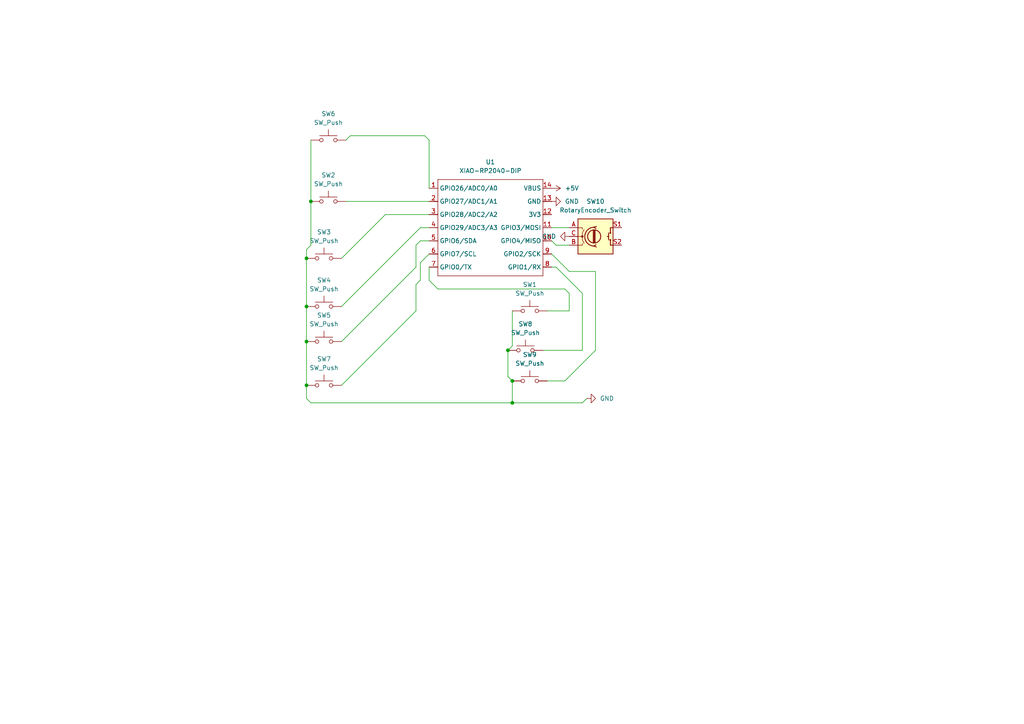
<source format=kicad_sch>
(kicad_sch
	(version 20250114)
	(generator "eeschema")
	(generator_version "9.0")
	(uuid "175cfd6f-2e9c-465e-bd13-aca0abddadc5")
	(paper "A4")
	(lib_symbols
		(symbol "Device:RotaryEncoder_Switch"
			(pin_names
				(offset 0.254)
				(hide yes)
			)
			(exclude_from_sim no)
			(in_bom yes)
			(on_board yes)
			(property "Reference" "SW"
				(at 0 6.604 0)
				(effects
					(font
						(size 1.27 1.27)
					)
				)
			)
			(property "Value" "RotaryEncoder_Switch"
				(at 0 -6.604 0)
				(effects
					(font
						(size 1.27 1.27)
					)
				)
			)
			(property "Footprint" ""
				(at -3.81 4.064 0)
				(effects
					(font
						(size 1.27 1.27)
					)
					(hide yes)
				)
			)
			(property "Datasheet" "~"
				(at 0 6.604 0)
				(effects
					(font
						(size 1.27 1.27)
					)
					(hide yes)
				)
			)
			(property "Description" "Rotary encoder, dual channel, incremental quadrate outputs, with switch"
				(at 0 0 0)
				(effects
					(font
						(size 1.27 1.27)
					)
					(hide yes)
				)
			)
			(property "ki_keywords" "rotary switch encoder switch push button"
				(at 0 0 0)
				(effects
					(font
						(size 1.27 1.27)
					)
					(hide yes)
				)
			)
			(property "ki_fp_filters" "RotaryEncoder*Switch*"
				(at 0 0 0)
				(effects
					(font
						(size 1.27 1.27)
					)
					(hide yes)
				)
			)
			(symbol "RotaryEncoder_Switch_0_1"
				(rectangle
					(start -5.08 5.08)
					(end 5.08 -5.08)
					(stroke
						(width 0.254)
						(type default)
					)
					(fill
						(type background)
					)
				)
				(polyline
					(pts
						(xy -5.08 2.54) (xy -3.81 2.54) (xy -3.81 2.032)
					)
					(stroke
						(width 0)
						(type default)
					)
					(fill
						(type none)
					)
				)
				(polyline
					(pts
						(xy -5.08 0) (xy -3.81 0) (xy -3.81 -1.016) (xy -3.302 -2.032)
					)
					(stroke
						(width 0)
						(type default)
					)
					(fill
						(type none)
					)
				)
				(polyline
					(pts
						(xy -5.08 -2.54) (xy -3.81 -2.54) (xy -3.81 -2.032)
					)
					(stroke
						(width 0)
						(type default)
					)
					(fill
						(type none)
					)
				)
				(polyline
					(pts
						(xy -4.318 0) (xy -3.81 0) (xy -3.81 1.016) (xy -3.302 2.032)
					)
					(stroke
						(width 0)
						(type default)
					)
					(fill
						(type none)
					)
				)
				(circle
					(center -3.81 0)
					(radius 0.254)
					(stroke
						(width 0)
						(type default)
					)
					(fill
						(type outline)
					)
				)
				(polyline
					(pts
						(xy -0.635 -1.778) (xy -0.635 1.778)
					)
					(stroke
						(width 0.254)
						(type default)
					)
					(fill
						(type none)
					)
				)
				(circle
					(center -0.381 0)
					(radius 1.905)
					(stroke
						(width 0.254)
						(type default)
					)
					(fill
						(type none)
					)
				)
				(polyline
					(pts
						(xy -0.381 -1.778) (xy -0.381 1.778)
					)
					(stroke
						(width 0.254)
						(type default)
					)
					(fill
						(type none)
					)
				)
				(arc
					(start -0.381 -2.794)
					(mid -3.0988 -0.0635)
					(end -0.381 2.667)
					(stroke
						(width 0.254)
						(type default)
					)
					(fill
						(type none)
					)
				)
				(polyline
					(pts
						(xy -0.127 1.778) (xy -0.127 -1.778)
					)
					(stroke
						(width 0.254)
						(type default)
					)
					(fill
						(type none)
					)
				)
				(polyline
					(pts
						(xy 0.254 2.921) (xy -0.508 2.667) (xy 0.127 2.286)
					)
					(stroke
						(width 0.254)
						(type default)
					)
					(fill
						(type none)
					)
				)
				(polyline
					(pts
						(xy 0.254 -3.048) (xy -0.508 -2.794) (xy 0.127 -2.413)
					)
					(stroke
						(width 0.254)
						(type default)
					)
					(fill
						(type none)
					)
				)
				(polyline
					(pts
						(xy 3.81 1.016) (xy 3.81 -1.016)
					)
					(stroke
						(width 0.254)
						(type default)
					)
					(fill
						(type none)
					)
				)
				(polyline
					(pts
						(xy 3.81 0) (xy 3.429 0)
					)
					(stroke
						(width 0.254)
						(type default)
					)
					(fill
						(type none)
					)
				)
				(circle
					(center 4.318 1.016)
					(radius 0.127)
					(stroke
						(width 0.254)
						(type default)
					)
					(fill
						(type none)
					)
				)
				(circle
					(center 4.318 -1.016)
					(radius 0.127)
					(stroke
						(width 0.254)
						(type default)
					)
					(fill
						(type none)
					)
				)
				(polyline
					(pts
						(xy 5.08 2.54) (xy 4.318 2.54) (xy 4.318 1.016)
					)
					(stroke
						(width 0.254)
						(type default)
					)
					(fill
						(type none)
					)
				)
				(polyline
					(pts
						(xy 5.08 -2.54) (xy 4.318 -2.54) (xy 4.318 -1.016)
					)
					(stroke
						(width 0.254)
						(type default)
					)
					(fill
						(type none)
					)
				)
			)
			(symbol "RotaryEncoder_Switch_1_1"
				(pin passive line
					(at -7.62 2.54 0)
					(length 2.54)
					(name "A"
						(effects
							(font
								(size 1.27 1.27)
							)
						)
					)
					(number "A"
						(effects
							(font
								(size 1.27 1.27)
							)
						)
					)
				)
				(pin passive line
					(at -7.62 0 0)
					(length 2.54)
					(name "C"
						(effects
							(font
								(size 1.27 1.27)
							)
						)
					)
					(number "C"
						(effects
							(font
								(size 1.27 1.27)
							)
						)
					)
				)
				(pin passive line
					(at -7.62 -2.54 0)
					(length 2.54)
					(name "B"
						(effects
							(font
								(size 1.27 1.27)
							)
						)
					)
					(number "B"
						(effects
							(font
								(size 1.27 1.27)
							)
						)
					)
				)
				(pin passive line
					(at 7.62 2.54 180)
					(length 2.54)
					(name "S1"
						(effects
							(font
								(size 1.27 1.27)
							)
						)
					)
					(number "S1"
						(effects
							(font
								(size 1.27 1.27)
							)
						)
					)
				)
				(pin passive line
					(at 7.62 -2.54 180)
					(length 2.54)
					(name "S2"
						(effects
							(font
								(size 1.27 1.27)
							)
						)
					)
					(number "S2"
						(effects
							(font
								(size 1.27 1.27)
							)
						)
					)
				)
			)
			(embedded_fonts no)
		)
		(symbol "Seeed_Studio_XIAO_Series:XIAO-RP2040-DIP"
			(exclude_from_sim no)
			(in_bom yes)
			(on_board yes)
			(property "Reference" "U"
				(at 0 0 0)
				(effects
					(font
						(size 1.27 1.27)
					)
				)
			)
			(property "Value" "XIAO-RP2040-DIP"
				(at 5.334 -1.778 0)
				(effects
					(font
						(size 1.27 1.27)
					)
				)
			)
			(property "Footprint" "Module:MOUDLE14P-XIAO-DIP-SMD"
				(at 14.478 -32.258 0)
				(effects
					(font
						(size 1.27 1.27)
					)
					(hide yes)
				)
			)
			(property "Datasheet" ""
				(at 0 0 0)
				(effects
					(font
						(size 1.27 1.27)
					)
					(hide yes)
				)
			)
			(property "Description" ""
				(at 0 0 0)
				(effects
					(font
						(size 1.27 1.27)
					)
					(hide yes)
				)
			)
			(symbol "XIAO-RP2040-DIP_1_0"
				(polyline
					(pts
						(xy -1.27 -2.54) (xy 29.21 -2.54)
					)
					(stroke
						(width 0.1524)
						(type solid)
					)
					(fill
						(type none)
					)
				)
				(polyline
					(pts
						(xy -1.27 -5.08) (xy -2.54 -5.08)
					)
					(stroke
						(width 0.1524)
						(type solid)
					)
					(fill
						(type none)
					)
				)
				(polyline
					(pts
						(xy -1.27 -5.08) (xy -1.27 -2.54)
					)
					(stroke
						(width 0.1524)
						(type solid)
					)
					(fill
						(type none)
					)
				)
				(polyline
					(pts
						(xy -1.27 -8.89) (xy -2.54 -8.89)
					)
					(stroke
						(width 0.1524)
						(type solid)
					)
					(fill
						(type none)
					)
				)
				(polyline
					(pts
						(xy -1.27 -8.89) (xy -1.27 -5.08)
					)
					(stroke
						(width 0.1524)
						(type solid)
					)
					(fill
						(type none)
					)
				)
				(polyline
					(pts
						(xy -1.27 -12.7) (xy -2.54 -12.7)
					)
					(stroke
						(width 0.1524)
						(type solid)
					)
					(fill
						(type none)
					)
				)
				(polyline
					(pts
						(xy -1.27 -12.7) (xy -1.27 -8.89)
					)
					(stroke
						(width 0.1524)
						(type solid)
					)
					(fill
						(type none)
					)
				)
				(polyline
					(pts
						(xy -1.27 -16.51) (xy -2.54 -16.51)
					)
					(stroke
						(width 0.1524)
						(type solid)
					)
					(fill
						(type none)
					)
				)
				(polyline
					(pts
						(xy -1.27 -16.51) (xy -1.27 -12.7)
					)
					(stroke
						(width 0.1524)
						(type solid)
					)
					(fill
						(type none)
					)
				)
				(polyline
					(pts
						(xy -1.27 -20.32) (xy -2.54 -20.32)
					)
					(stroke
						(width 0.1524)
						(type solid)
					)
					(fill
						(type none)
					)
				)
				(polyline
					(pts
						(xy -1.27 -24.13) (xy -2.54 -24.13)
					)
					(stroke
						(width 0.1524)
						(type solid)
					)
					(fill
						(type none)
					)
				)
				(polyline
					(pts
						(xy -1.27 -27.94) (xy -2.54 -27.94)
					)
					(stroke
						(width 0.1524)
						(type solid)
					)
					(fill
						(type none)
					)
				)
				(polyline
					(pts
						(xy -1.27 -30.48) (xy -1.27 -16.51)
					)
					(stroke
						(width 0.1524)
						(type solid)
					)
					(fill
						(type none)
					)
				)
				(polyline
					(pts
						(xy 29.21 -2.54) (xy 29.21 -5.08)
					)
					(stroke
						(width 0.1524)
						(type solid)
					)
					(fill
						(type none)
					)
				)
				(polyline
					(pts
						(xy 29.21 -5.08) (xy 29.21 -8.89)
					)
					(stroke
						(width 0.1524)
						(type solid)
					)
					(fill
						(type none)
					)
				)
				(polyline
					(pts
						(xy 29.21 -8.89) (xy 29.21 -12.7)
					)
					(stroke
						(width 0.1524)
						(type solid)
					)
					(fill
						(type none)
					)
				)
				(polyline
					(pts
						(xy 29.21 -12.7) (xy 29.21 -30.48)
					)
					(stroke
						(width 0.1524)
						(type solid)
					)
					(fill
						(type none)
					)
				)
				(polyline
					(pts
						(xy 29.21 -30.48) (xy -1.27 -30.48)
					)
					(stroke
						(width 0.1524)
						(type solid)
					)
					(fill
						(type none)
					)
				)
				(polyline
					(pts
						(xy 30.48 -5.08) (xy 29.21 -5.08)
					)
					(stroke
						(width 0.1524)
						(type solid)
					)
					(fill
						(type none)
					)
				)
				(polyline
					(pts
						(xy 30.48 -8.89) (xy 29.21 -8.89)
					)
					(stroke
						(width 0.1524)
						(type solid)
					)
					(fill
						(type none)
					)
				)
				(polyline
					(pts
						(xy 30.48 -12.7) (xy 29.21 -12.7)
					)
					(stroke
						(width 0.1524)
						(type solid)
					)
					(fill
						(type none)
					)
				)
				(polyline
					(pts
						(xy 30.48 -16.51) (xy 29.21 -16.51)
					)
					(stroke
						(width 0.1524)
						(type solid)
					)
					(fill
						(type none)
					)
				)
				(polyline
					(pts
						(xy 30.48 -20.32) (xy 29.21 -20.32)
					)
					(stroke
						(width 0.1524)
						(type solid)
					)
					(fill
						(type none)
					)
				)
				(polyline
					(pts
						(xy 30.48 -24.13) (xy 29.21 -24.13)
					)
					(stroke
						(width 0.1524)
						(type solid)
					)
					(fill
						(type none)
					)
				)
				(polyline
					(pts
						(xy 30.48 -27.94) (xy 29.21 -27.94)
					)
					(stroke
						(width 0.1524)
						(type solid)
					)
					(fill
						(type none)
					)
				)
				(pin passive line
					(at -3.81 -5.08 0)
					(length 2.54)
					(name "GPIO26/ADC0/A0"
						(effects
							(font
								(size 1.27 1.27)
							)
						)
					)
					(number "1"
						(effects
							(font
								(size 1.27 1.27)
							)
						)
					)
				)
				(pin passive line
					(at -3.81 -8.89 0)
					(length 2.54)
					(name "GPIO27/ADC1/A1"
						(effects
							(font
								(size 1.27 1.27)
							)
						)
					)
					(number "2"
						(effects
							(font
								(size 1.27 1.27)
							)
						)
					)
				)
				(pin passive line
					(at -3.81 -12.7 0)
					(length 2.54)
					(name "GPIO28/ADC2/A2"
						(effects
							(font
								(size 1.27 1.27)
							)
						)
					)
					(number "3"
						(effects
							(font
								(size 1.27 1.27)
							)
						)
					)
				)
				(pin passive line
					(at -3.81 -16.51 0)
					(length 2.54)
					(name "GPIO29/ADC3/A3"
						(effects
							(font
								(size 1.27 1.27)
							)
						)
					)
					(number "4"
						(effects
							(font
								(size 1.27 1.27)
							)
						)
					)
				)
				(pin passive line
					(at -3.81 -20.32 0)
					(length 2.54)
					(name "GPIO6/SDA"
						(effects
							(font
								(size 1.27 1.27)
							)
						)
					)
					(number "5"
						(effects
							(font
								(size 1.27 1.27)
							)
						)
					)
				)
				(pin passive line
					(at -3.81 -24.13 0)
					(length 2.54)
					(name "GPIO7/SCL"
						(effects
							(font
								(size 1.27 1.27)
							)
						)
					)
					(number "6"
						(effects
							(font
								(size 1.27 1.27)
							)
						)
					)
				)
				(pin passive line
					(at -3.81 -27.94 0)
					(length 2.54)
					(name "GPIO0/TX"
						(effects
							(font
								(size 1.27 1.27)
							)
						)
					)
					(number "7"
						(effects
							(font
								(size 1.27 1.27)
							)
						)
					)
				)
				(pin passive line
					(at 31.75 -5.08 180)
					(length 2.54)
					(name "VBUS"
						(effects
							(font
								(size 1.27 1.27)
							)
						)
					)
					(number "14"
						(effects
							(font
								(size 1.27 1.27)
							)
						)
					)
				)
				(pin passive line
					(at 31.75 -8.89 180)
					(length 2.54)
					(name "GND"
						(effects
							(font
								(size 1.27 1.27)
							)
						)
					)
					(number "13"
						(effects
							(font
								(size 1.27 1.27)
							)
						)
					)
				)
				(pin passive line
					(at 31.75 -12.7 180)
					(length 2.54)
					(name "3V3"
						(effects
							(font
								(size 1.27 1.27)
							)
						)
					)
					(number "12"
						(effects
							(font
								(size 1.27 1.27)
							)
						)
					)
				)
				(pin passive line
					(at 31.75 -16.51 180)
					(length 2.54)
					(name "GPIO3/MOSI"
						(effects
							(font
								(size 1.27 1.27)
							)
						)
					)
					(number "11"
						(effects
							(font
								(size 1.27 1.27)
							)
						)
					)
				)
				(pin passive line
					(at 31.75 -20.32 180)
					(length 2.54)
					(name "GPIO4/MISO"
						(effects
							(font
								(size 1.27 1.27)
							)
						)
					)
					(number "10"
						(effects
							(font
								(size 1.27 1.27)
							)
						)
					)
				)
				(pin passive line
					(at 31.75 -24.13 180)
					(length 2.54)
					(name "GPIO2/SCK"
						(effects
							(font
								(size 1.27 1.27)
							)
						)
					)
					(number "9"
						(effects
							(font
								(size 1.27 1.27)
							)
						)
					)
				)
				(pin passive line
					(at 31.75 -27.94 180)
					(length 2.54)
					(name "GPIO1/RX"
						(effects
							(font
								(size 1.27 1.27)
							)
						)
					)
					(number "8"
						(effects
							(font
								(size 1.27 1.27)
							)
						)
					)
				)
			)
			(embedded_fonts no)
		)
		(symbol "Switch:SW_Push"
			(pin_numbers
				(hide yes)
			)
			(pin_names
				(offset 1.016)
				(hide yes)
			)
			(exclude_from_sim no)
			(in_bom yes)
			(on_board yes)
			(property "Reference" "SW"
				(at 1.27 2.54 0)
				(effects
					(font
						(size 1.27 1.27)
					)
					(justify left)
				)
			)
			(property "Value" "SW_Push"
				(at 0 -1.524 0)
				(effects
					(font
						(size 1.27 1.27)
					)
				)
			)
			(property "Footprint" ""
				(at 0 5.08 0)
				(effects
					(font
						(size 1.27 1.27)
					)
					(hide yes)
				)
			)
			(property "Datasheet" "~"
				(at 0 5.08 0)
				(effects
					(font
						(size 1.27 1.27)
					)
					(hide yes)
				)
			)
			(property "Description" "Push button switch, generic, two pins"
				(at 0 0 0)
				(effects
					(font
						(size 1.27 1.27)
					)
					(hide yes)
				)
			)
			(property "ki_keywords" "switch normally-open pushbutton push-button"
				(at 0 0 0)
				(effects
					(font
						(size 1.27 1.27)
					)
					(hide yes)
				)
			)
			(symbol "SW_Push_0_1"
				(circle
					(center -2.032 0)
					(radius 0.508)
					(stroke
						(width 0)
						(type default)
					)
					(fill
						(type none)
					)
				)
				(polyline
					(pts
						(xy 0 1.27) (xy 0 3.048)
					)
					(stroke
						(width 0)
						(type default)
					)
					(fill
						(type none)
					)
				)
				(circle
					(center 2.032 0)
					(radius 0.508)
					(stroke
						(width 0)
						(type default)
					)
					(fill
						(type none)
					)
				)
				(polyline
					(pts
						(xy 2.54 1.27) (xy -2.54 1.27)
					)
					(stroke
						(width 0)
						(type default)
					)
					(fill
						(type none)
					)
				)
				(pin passive line
					(at -5.08 0 0)
					(length 2.54)
					(name "1"
						(effects
							(font
								(size 1.27 1.27)
							)
						)
					)
					(number "1"
						(effects
							(font
								(size 1.27 1.27)
							)
						)
					)
				)
				(pin passive line
					(at 5.08 0 180)
					(length 2.54)
					(name "2"
						(effects
							(font
								(size 1.27 1.27)
							)
						)
					)
					(number "2"
						(effects
							(font
								(size 1.27 1.27)
							)
						)
					)
				)
			)
			(embedded_fonts no)
		)
		(symbol "power:+5V"
			(power)
			(pin_numbers
				(hide yes)
			)
			(pin_names
				(offset 0)
				(hide yes)
			)
			(exclude_from_sim no)
			(in_bom yes)
			(on_board yes)
			(property "Reference" "#PWR"
				(at 0 -3.81 0)
				(effects
					(font
						(size 1.27 1.27)
					)
					(hide yes)
				)
			)
			(property "Value" "+5V"
				(at 0 3.556 0)
				(effects
					(font
						(size 1.27 1.27)
					)
				)
			)
			(property "Footprint" ""
				(at 0 0 0)
				(effects
					(font
						(size 1.27 1.27)
					)
					(hide yes)
				)
			)
			(property "Datasheet" ""
				(at 0 0 0)
				(effects
					(font
						(size 1.27 1.27)
					)
					(hide yes)
				)
			)
			(property "Description" "Power symbol creates a global label with name \"+5V\""
				(at 0 0 0)
				(effects
					(font
						(size 1.27 1.27)
					)
					(hide yes)
				)
			)
			(property "ki_keywords" "global power"
				(at 0 0 0)
				(effects
					(font
						(size 1.27 1.27)
					)
					(hide yes)
				)
			)
			(symbol "+5V_0_1"
				(polyline
					(pts
						(xy -0.762 1.27) (xy 0 2.54)
					)
					(stroke
						(width 0)
						(type default)
					)
					(fill
						(type none)
					)
				)
				(polyline
					(pts
						(xy 0 2.54) (xy 0.762 1.27)
					)
					(stroke
						(width 0)
						(type default)
					)
					(fill
						(type none)
					)
				)
				(polyline
					(pts
						(xy 0 0) (xy 0 2.54)
					)
					(stroke
						(width 0)
						(type default)
					)
					(fill
						(type none)
					)
				)
			)
			(symbol "+5V_1_1"
				(pin power_in line
					(at 0 0 90)
					(length 0)
					(name "~"
						(effects
							(font
								(size 1.27 1.27)
							)
						)
					)
					(number "1"
						(effects
							(font
								(size 1.27 1.27)
							)
						)
					)
				)
			)
			(embedded_fonts no)
		)
		(symbol "power:GND"
			(power)
			(pin_numbers
				(hide yes)
			)
			(pin_names
				(offset 0)
				(hide yes)
			)
			(exclude_from_sim no)
			(in_bom yes)
			(on_board yes)
			(property "Reference" "#PWR"
				(at 0 -6.35 0)
				(effects
					(font
						(size 1.27 1.27)
					)
					(hide yes)
				)
			)
			(property "Value" "GND"
				(at 0 -3.81 0)
				(effects
					(font
						(size 1.27 1.27)
					)
				)
			)
			(property "Footprint" ""
				(at 0 0 0)
				(effects
					(font
						(size 1.27 1.27)
					)
					(hide yes)
				)
			)
			(property "Datasheet" ""
				(at 0 0 0)
				(effects
					(font
						(size 1.27 1.27)
					)
					(hide yes)
				)
			)
			(property "Description" "Power symbol creates a global label with name \"GND\" , ground"
				(at 0 0 0)
				(effects
					(font
						(size 1.27 1.27)
					)
					(hide yes)
				)
			)
			(property "ki_keywords" "global power"
				(at 0 0 0)
				(effects
					(font
						(size 1.27 1.27)
					)
					(hide yes)
				)
			)
			(symbol "GND_0_1"
				(polyline
					(pts
						(xy 0 0) (xy 0 -1.27) (xy 1.27 -1.27) (xy 0 -2.54) (xy -1.27 -1.27) (xy 0 -1.27)
					)
					(stroke
						(width 0)
						(type default)
					)
					(fill
						(type none)
					)
				)
			)
			(symbol "GND_1_1"
				(pin power_in line
					(at 0 0 270)
					(length 0)
					(name "~"
						(effects
							(font
								(size 1.27 1.27)
							)
						)
					)
					(number "1"
						(effects
							(font
								(size 1.27 1.27)
							)
						)
					)
				)
			)
			(embedded_fonts no)
		)
	)
	(junction
		(at 148.59 110.49)
		(diameter 0)
		(color 0 0 0 0)
		(uuid "0e924cfe-aa7a-48fc-95c6-9237457b0580")
	)
	(junction
		(at 88.9 99.06)
		(diameter 0)
		(color 0 0 0 0)
		(uuid "217efd1c-fa88-4f70-8fb4-d82dd50544d2")
	)
	(junction
		(at 88.9 74.93)
		(diameter 0)
		(color 0 0 0 0)
		(uuid "3e07f8ed-bbe0-4f7d-a560-ea146788114a")
	)
	(junction
		(at 147.32 101.6)
		(diameter 0)
		(color 0 0 0 0)
		(uuid "6139d164-7c0f-4d8b-b5c0-a8bc2d57cbb0")
	)
	(junction
		(at 90.17 58.42)
		(diameter 0)
		(color 0 0 0 0)
		(uuid "962d4934-bfe9-4669-bd39-9a53feb1ccde")
	)
	(junction
		(at 88.9 111.76)
		(diameter 0)
		(color 0 0 0 0)
		(uuid "af7abd6a-bf69-4981-a332-7dc025077a27")
	)
	(junction
		(at 88.9 88.9)
		(diameter 0)
		(color 0 0 0 0)
		(uuid "b7357c06-02bb-4536-8002-e883377e46f6")
	)
	(junction
		(at 148.59 116.84)
		(diameter 0)
		(color 0 0 0 0)
		(uuid "f8133a3a-9e2f-46d7-8791-3551d8b83920")
	)
	(wire
		(pts
			(xy 165.1 90.17) (xy 165.1 85.09)
		)
		(stroke
			(width 0)
			(type default)
		)
		(uuid "00af83c4-ed9a-474b-ba07-c40d207fe7e4")
	)
	(wire
		(pts
			(xy 161.29 71.12) (xy 160.02 69.85)
		)
		(stroke
			(width 0)
			(type default)
		)
		(uuid "0107abf0-0c20-4c0d-a884-fa8e2a290eea")
	)
	(wire
		(pts
			(xy 124.46 66.04) (xy 121.92 66.04)
		)
		(stroke
			(width 0)
			(type default)
		)
		(uuid "022a950f-357e-41b5-bb45-da32300cd19b")
	)
	(wire
		(pts
			(xy 88.9 72.39) (xy 88.9 74.93)
		)
		(stroke
			(width 0)
			(type default)
		)
		(uuid "0639bcfc-9a28-45f6-941c-995e6d617c06")
	)
	(wire
		(pts
			(xy 88.9 74.93) (xy 88.9 88.9)
		)
		(stroke
			(width 0)
			(type default)
		)
		(uuid "070e9e21-b9c6-45f0-995b-94eba5c55cdd")
	)
	(wire
		(pts
			(xy 101.6 39.37) (xy 100.33 40.64)
		)
		(stroke
			(width 0)
			(type default)
		)
		(uuid "0abc957a-d729-4135-8f5d-850e6c7580bb")
	)
	(wire
		(pts
			(xy 147.32 101.6) (xy 147.32 109.22)
		)
		(stroke
			(width 0)
			(type default)
		)
		(uuid "0c04f3b2-e39c-4d5e-a9a2-de2fe94792df")
	)
	(wire
		(pts
			(xy 124.46 62.23) (xy 111.76 62.23)
		)
		(stroke
			(width 0)
			(type default)
		)
		(uuid "16ff362a-62e1-4a19-afcd-5d395e58d47a")
	)
	(wire
		(pts
			(xy 90.17 58.42) (xy 90.17 71.12)
		)
		(stroke
			(width 0)
			(type default)
		)
		(uuid "1d0bfe4c-bd93-482a-b223-c1c61fb41f0e")
	)
	(wire
		(pts
			(xy 172.72 78.74) (xy 172.72 101.6)
		)
		(stroke
			(width 0)
			(type default)
		)
		(uuid "1d9cbf3e-b707-4796-b1f7-50c2b2bee13f")
	)
	(wire
		(pts
			(xy 90.17 71.12) (xy 88.9 72.39)
		)
		(stroke
			(width 0)
			(type default)
		)
		(uuid "1f18920e-c87d-46d9-9858-a228f3a6c3a6")
	)
	(wire
		(pts
			(xy 124.46 69.85) (xy 121.92 69.85)
		)
		(stroke
			(width 0)
			(type default)
		)
		(uuid "27b54516-6adc-4286-a393-4afcbc513177")
	)
	(wire
		(pts
			(xy 121.92 66.04) (xy 99.06 88.9)
		)
		(stroke
			(width 0)
			(type default)
		)
		(uuid "2a47152c-ca40-4c18-8e82-211f59276e30")
	)
	(wire
		(pts
			(xy 124.46 81.28) (xy 127 83.82)
		)
		(stroke
			(width 0)
			(type default)
		)
		(uuid "3619e7c2-d4a6-4bad-b3a6-45fb2c5f4ff7")
	)
	(wire
		(pts
			(xy 88.9 111.76) (xy 88.9 115.57)
		)
		(stroke
			(width 0)
			(type default)
		)
		(uuid "3710a6ba-aebe-4c9b-823e-f615ffec35f1")
	)
	(wire
		(pts
			(xy 165.1 85.09) (xy 163.83 83.82)
		)
		(stroke
			(width 0)
			(type default)
		)
		(uuid "3c11c478-2d84-49e5-b17b-d656998c70ce")
	)
	(wire
		(pts
			(xy 160.02 66.04) (xy 165.1 66.04)
		)
		(stroke
			(width 0)
			(type default)
		)
		(uuid "3e96815b-46e6-49c8-970d-c4425fc4f0a5")
	)
	(wire
		(pts
			(xy 111.76 62.23) (xy 99.06 74.93)
		)
		(stroke
			(width 0)
			(type default)
		)
		(uuid "417869cb-5f89-49a0-b668-f70d7f8b3f3e")
	)
	(wire
		(pts
			(xy 127 83.82) (xy 163.83 83.82)
		)
		(stroke
			(width 0)
			(type default)
		)
		(uuid "41f0c4e6-8edb-4381-ada2-4cd5224c2ce2")
	)
	(wire
		(pts
			(xy 121.92 76.2) (xy 121.92 81.28)
		)
		(stroke
			(width 0)
			(type default)
		)
		(uuid "448392cd-b22e-4e91-9e4d-12db85caf454")
	)
	(wire
		(pts
			(xy 148.59 100.33) (xy 147.32 101.6)
		)
		(stroke
			(width 0)
			(type default)
		)
		(uuid "4d72b28c-593c-4307-8bdd-de7dcd50e6e1")
	)
	(wire
		(pts
			(xy 124.46 73.66) (xy 121.92 76.2)
		)
		(stroke
			(width 0)
			(type default)
		)
		(uuid "4ef0c15a-dc7c-4692-b0fc-c6a44dd6c8bc")
	)
	(wire
		(pts
			(xy 157.48 101.6) (xy 168.91 101.6)
		)
		(stroke
			(width 0)
			(type default)
		)
		(uuid "574fb588-aabe-411b-aca2-289c366cc4f9")
	)
	(wire
		(pts
			(xy 124.46 54.61) (xy 124.46 40.64)
		)
		(stroke
			(width 0)
			(type default)
		)
		(uuid "5eacef7e-fa9f-4a61-90c4-ab2885ec577b")
	)
	(wire
		(pts
			(xy 88.9 99.06) (xy 88.9 111.76)
		)
		(stroke
			(width 0)
			(type default)
		)
		(uuid "65cfeba5-c022-4f26-85c1-2f24eeb74378")
	)
	(wire
		(pts
			(xy 165.1 71.12) (xy 161.29 71.12)
		)
		(stroke
			(width 0)
			(type default)
		)
		(uuid "6615ed08-859a-4509-ad4d-8c82b96b1448")
	)
	(wire
		(pts
			(xy 124.46 40.64) (xy 123.19 39.37)
		)
		(stroke
			(width 0)
			(type default)
		)
		(uuid "6842a558-8bf0-47fd-96e3-f02f32250649")
	)
	(wire
		(pts
			(xy 172.72 78.74) (xy 165.1 78.74)
		)
		(stroke
			(width 0)
			(type default)
		)
		(uuid "6a4b396d-f033-439f-a041-c36b6fba359d")
	)
	(wire
		(pts
			(xy 90.17 40.64) (xy 90.17 58.42)
		)
		(stroke
			(width 0)
			(type default)
		)
		(uuid "6a98f985-076e-4a23-97fa-9efc1c95e578")
	)
	(wire
		(pts
			(xy 120.65 77.47) (xy 99.06 99.06)
		)
		(stroke
			(width 0)
			(type default)
		)
		(uuid "6ad686c7-1b3a-404b-825d-a149db2b75e9")
	)
	(wire
		(pts
			(xy 148.59 90.17) (xy 148.59 100.33)
		)
		(stroke
			(width 0)
			(type default)
		)
		(uuid "703fe15d-b5a6-4566-996a-615cfe50b147")
	)
	(wire
		(pts
			(xy 90.17 116.84) (xy 148.59 116.84)
		)
		(stroke
			(width 0)
			(type default)
		)
		(uuid "7429f09a-f7bf-4a7a-8bea-4455f3b616d4")
	)
	(wire
		(pts
			(xy 123.19 39.37) (xy 101.6 39.37)
		)
		(stroke
			(width 0)
			(type default)
		)
		(uuid "771eaf82-c145-4dd7-a7f7-3a13efee7701")
	)
	(wire
		(pts
			(xy 100.33 58.42) (xy 124.46 58.42)
		)
		(stroke
			(width 0)
			(type default)
		)
		(uuid "818c94ab-905d-4ce6-adfb-add24724dde4")
	)
	(wire
		(pts
			(xy 163.83 110.49) (xy 172.72 101.6)
		)
		(stroke
			(width 0)
			(type default)
		)
		(uuid "81ff8cb7-779e-45e2-a326-9fdae7300c5f")
	)
	(wire
		(pts
			(xy 124.46 77.47) (xy 124.46 81.28)
		)
		(stroke
			(width 0)
			(type default)
		)
		(uuid "844d18b2-4d97-4684-b657-f5501db9d3f4")
	)
	(wire
		(pts
			(xy 168.91 101.6) (xy 168.91 85.09)
		)
		(stroke
			(width 0)
			(type default)
		)
		(uuid "8d9d0969-4d6a-444a-b70b-929c99410cef")
	)
	(wire
		(pts
			(xy 168.91 85.09) (xy 161.29 77.47)
		)
		(stroke
			(width 0)
			(type default)
		)
		(uuid "a1ae57a9-2c24-4a41-83fa-da9aa9c37bd2")
	)
	(wire
		(pts
			(xy 158.75 110.49) (xy 163.83 110.49)
		)
		(stroke
			(width 0)
			(type default)
		)
		(uuid "ad38b986-3295-4d8e-9c51-396598ea3cbc")
	)
	(wire
		(pts
			(xy 148.59 110.49) (xy 148.59 116.84)
		)
		(stroke
			(width 0)
			(type default)
		)
		(uuid "aea15bda-743a-4c88-a9b6-c9c71c4c7ec1")
	)
	(wire
		(pts
			(xy 121.92 69.85) (xy 120.65 71.12)
		)
		(stroke
			(width 0)
			(type default)
		)
		(uuid "b037efe1-887a-4beb-ab6d-c4be65232f41")
	)
	(wire
		(pts
			(xy 120.65 71.12) (xy 120.65 77.47)
		)
		(stroke
			(width 0)
			(type default)
		)
		(uuid "b6bd4c44-e245-4891-9ed3-8efd9d340d09")
	)
	(wire
		(pts
			(xy 120.65 82.55) (xy 120.65 90.17)
		)
		(stroke
			(width 0)
			(type default)
		)
		(uuid "ba6bb91d-8bb7-45d4-b9fe-f1c9e238ec8a")
	)
	(wire
		(pts
			(xy 158.75 90.17) (xy 165.1 90.17)
		)
		(stroke
			(width 0)
			(type default)
		)
		(uuid "c0ff7db9-30d1-456c-817e-97083fa65d0e")
	)
	(wire
		(pts
			(xy 88.9 88.9) (xy 88.9 99.06)
		)
		(stroke
			(width 0)
			(type default)
		)
		(uuid "c36cb1fa-7081-4a45-b392-7b01a2b1d503")
	)
	(wire
		(pts
			(xy 120.65 90.17) (xy 99.06 111.76)
		)
		(stroke
			(width 0)
			(type default)
		)
		(uuid "cb476c21-7714-4aff-91d8-fba682d52742")
	)
	(wire
		(pts
			(xy 148.59 116.84) (xy 168.91 116.84)
		)
		(stroke
			(width 0)
			(type default)
		)
		(uuid "dedf1307-0db9-462e-ab57-3b74c9e7ad2b")
	)
	(wire
		(pts
			(xy 121.92 81.28) (xy 120.65 82.55)
		)
		(stroke
			(width 0)
			(type default)
		)
		(uuid "e21d4cda-bfee-43e3-99a9-706d9084eea2")
	)
	(wire
		(pts
			(xy 168.91 116.84) (xy 170.18 115.57)
		)
		(stroke
			(width 0)
			(type default)
		)
		(uuid "e4f3b656-0bed-469e-9a8b-302ac566bc6f")
	)
	(wire
		(pts
			(xy 160.02 77.47) (xy 161.29 77.47)
		)
		(stroke
			(width 0)
			(type default)
		)
		(uuid "e66694d8-48fb-43b9-b776-7806e72c8dff")
	)
	(wire
		(pts
			(xy 88.9 115.57) (xy 90.17 116.84)
		)
		(stroke
			(width 0)
			(type default)
		)
		(uuid "f2041524-c866-4369-9411-bc5045b887da")
	)
	(wire
		(pts
			(xy 165.1 78.74) (xy 160.02 73.66)
		)
		(stroke
			(width 0)
			(type default)
		)
		(uuid "f737cc1c-7f40-45cb-b026-06fcb3de6ce9")
	)
	(wire
		(pts
			(xy 147.32 109.22) (xy 148.59 110.49)
		)
		(stroke
			(width 0)
			(type default)
		)
		(uuid "ff880f3d-9d4a-4a3b-a34f-634be8435c5e")
	)
	(symbol
		(lib_id "power:GND")
		(at 170.18 115.57 90)
		(unit 1)
		(exclude_from_sim no)
		(in_bom yes)
		(on_board yes)
		(dnp no)
		(fields_autoplaced yes)
		(uuid "0173e00f-f967-4054-85c3-7646bc0f4827")
		(property "Reference" "#PWR03"
			(at 176.53 115.57 0)
			(effects
				(font
					(size 1.27 1.27)
				)
				(hide yes)
			)
		)
		(property "Value" "GND"
			(at 173.99 115.5699 90)
			(effects
				(font
					(size 1.27 1.27)
				)
				(justify right)
			)
		)
		(property "Footprint" ""
			(at 170.18 115.57 0)
			(effects
				(font
					(size 1.27 1.27)
				)
				(hide yes)
			)
		)
		(property "Datasheet" ""
			(at 170.18 115.57 0)
			(effects
				(font
					(size 1.27 1.27)
				)
				(hide yes)
			)
		)
		(property "Description" "Power symbol creates a global label with name \"GND\" , ground"
			(at 170.18 115.57 0)
			(effects
				(font
					(size 1.27 1.27)
				)
				(hide yes)
			)
		)
		(pin "1"
			(uuid "a549db4b-1a1a-4a68-b23e-0fb726194fea")
		)
		(instances
			(project ""
				(path "/175cfd6f-2e9c-465e-bd13-aca0abddadc5"
					(reference "#PWR03")
					(unit 1)
				)
			)
		)
	)
	(symbol
		(lib_id "power:GND")
		(at 160.02 58.42 90)
		(unit 1)
		(exclude_from_sim no)
		(in_bom yes)
		(on_board yes)
		(dnp no)
		(fields_autoplaced yes)
		(uuid "03733c01-830f-4b26-8776-9eaf9d1c7755")
		(property "Reference" "#PWR01"
			(at 166.37 58.42 0)
			(effects
				(font
					(size 1.27 1.27)
				)
				(hide yes)
			)
		)
		(property "Value" "GND"
			(at 163.83 58.4199 90)
			(effects
				(font
					(size 1.27 1.27)
				)
				(justify right)
			)
		)
		(property "Footprint" ""
			(at 160.02 58.42 0)
			(effects
				(font
					(size 1.27 1.27)
				)
				(hide yes)
			)
		)
		(property "Datasheet" ""
			(at 160.02 58.42 0)
			(effects
				(font
					(size 1.27 1.27)
				)
				(hide yes)
			)
		)
		(property "Description" "Power symbol creates a global label with name \"GND\" , ground"
			(at 160.02 58.42 0)
			(effects
				(font
					(size 1.27 1.27)
				)
				(hide yes)
			)
		)
		(pin "1"
			(uuid "52301459-b87e-472c-a3c0-90393bcccd47")
		)
		(instances
			(project ""
				(path "/175cfd6f-2e9c-465e-bd13-aca0abddadc5"
					(reference "#PWR01")
					(unit 1)
				)
			)
		)
	)
	(symbol
		(lib_id "Switch:SW_Push")
		(at 93.98 99.06 0)
		(unit 1)
		(exclude_from_sim no)
		(in_bom yes)
		(on_board yes)
		(dnp no)
		(fields_autoplaced yes)
		(uuid "1b101110-1167-427b-ad07-a80062acebfc")
		(property "Reference" "SW5"
			(at 93.98 91.44 0)
			(effects
				(font
					(size 1.27 1.27)
				)
			)
		)
		(property "Value" "SW_Push"
			(at 93.98 93.98 0)
			(effects
				(font
					(size 1.27 1.27)
				)
			)
		)
		(property "Footprint" "bluprint:MX-Hotswap-1U"
			(at 93.98 93.98 0)
			(effects
				(font
					(size 1.27 1.27)
				)
				(hide yes)
			)
		)
		(property "Datasheet" "~"
			(at 93.98 93.98 0)
			(effects
				(font
					(size 1.27 1.27)
				)
				(hide yes)
			)
		)
		(property "Description" "Push button switch, generic, two pins"
			(at 93.98 99.06 0)
			(effects
				(font
					(size 1.27 1.27)
				)
				(hide yes)
			)
		)
		(pin "1"
			(uuid "146e3a66-215a-4499-a094-098f13c48ca9")
		)
		(pin "2"
			(uuid "366ec63c-7f3e-4f2a-b145-a095f235f43c")
		)
		(instances
			(project ""
				(path "/175cfd6f-2e9c-465e-bd13-aca0abddadc5"
					(reference "SW5")
					(unit 1)
				)
			)
		)
	)
	(symbol
		(lib_id "Seeed_Studio_XIAO_Series:XIAO-RP2040-DIP")
		(at 128.27 49.53 0)
		(unit 1)
		(exclude_from_sim no)
		(in_bom yes)
		(on_board yes)
		(dnp no)
		(fields_autoplaced yes)
		(uuid "1b700cd8-6c38-4a90-92c2-38b1f5e9097d")
		(property "Reference" "U1"
			(at 142.24 46.99 0)
			(effects
				(font
					(size 1.27 1.27)
				)
			)
		)
		(property "Value" "XIAO-RP2040-DIP"
			(at 142.24 49.53 0)
			(effects
				(font
					(size 1.27 1.27)
				)
			)
		)
		(property "Footprint" "footprints:XIAO-Generic-Hybrid-14P-2.54-21X17.8MM"
			(at 142.748 81.788 0)
			(effects
				(font
					(size 1.27 1.27)
				)
				(hide yes)
			)
		)
		(property "Datasheet" ""
			(at 128.27 49.53 0)
			(effects
				(font
					(size 1.27 1.27)
				)
				(hide yes)
			)
		)
		(property "Description" ""
			(at 128.27 49.53 0)
			(effects
				(font
					(size 1.27 1.27)
				)
				(hide yes)
			)
		)
		(pin "14"
			(uuid "b1df0ee9-2655-4321-a566-a91e30fac0f1")
		)
		(pin "12"
			(uuid "61ce8d96-99f1-41f9-9e16-f9964d503f05")
		)
		(pin "6"
			(uuid "eb5f2bcf-4c7f-4485-9c3a-71c746aacfce")
		)
		(pin "11"
			(uuid "e9373aa3-26bc-447a-813a-26a9a4265263")
		)
		(pin "2"
			(uuid "60f112fe-757f-4f01-8936-a1bf4377c098")
		)
		(pin "10"
			(uuid "a0461bb6-8260-4987-a6db-e42106f29ebf")
		)
		(pin "13"
			(uuid "2c1c036a-514e-48ff-993f-b7b0472eca27")
		)
		(pin "1"
			(uuid "729d7ac2-9ac0-4cb7-b19b-2e5589b1b0bd")
		)
		(pin "5"
			(uuid "b58b1ed3-b028-4055-a76b-0aae3dc4ab47")
		)
		(pin "8"
			(uuid "bf164ba5-5ad0-42cb-9e4c-3ce808a5f28d")
		)
		(pin "4"
			(uuid "196831f3-5519-46ca-9395-66a440f1a965")
		)
		(pin "9"
			(uuid "929480c8-6597-4219-b274-efd07dde2cce")
		)
		(pin "7"
			(uuid "92c72358-b2af-42f0-82f2-10949589acab")
		)
		(pin "3"
			(uuid "3b0a7290-ca57-4cc9-813f-2fa801fa5011")
		)
		(instances
			(project ""
				(path "/175cfd6f-2e9c-465e-bd13-aca0abddadc5"
					(reference "U1")
					(unit 1)
				)
			)
		)
	)
	(symbol
		(lib_id "Switch:SW_Push")
		(at 95.25 58.42 0)
		(unit 1)
		(exclude_from_sim no)
		(in_bom yes)
		(on_board yes)
		(dnp no)
		(fields_autoplaced yes)
		(uuid "38a20092-1597-4a6b-925a-fcfc64917e9a")
		(property "Reference" "SW2"
			(at 95.25 50.8 0)
			(effects
				(font
					(size 1.27 1.27)
				)
			)
		)
		(property "Value" "SW_Push"
			(at 95.25 53.34 0)
			(effects
				(font
					(size 1.27 1.27)
				)
			)
		)
		(property "Footprint" "bluprint:MX-Hotswap-1U"
			(at 95.25 53.34 0)
			(effects
				(font
					(size 1.27 1.27)
				)
				(hide yes)
			)
		)
		(property "Datasheet" "~"
			(at 95.25 53.34 0)
			(effects
				(font
					(size 1.27 1.27)
				)
				(hide yes)
			)
		)
		(property "Description" "Push button switch, generic, two pins"
			(at 95.25 58.42 0)
			(effects
				(font
					(size 1.27 1.27)
				)
				(hide yes)
			)
		)
		(pin "2"
			(uuid "b649736d-d4ab-4932-826c-3a45320d12e5")
		)
		(pin "1"
			(uuid "d0808bee-4948-4753-8ce3-e602ff2c0514")
		)
		(instances
			(project ""
				(path "/175cfd6f-2e9c-465e-bd13-aca0abddadc5"
					(reference "SW2")
					(unit 1)
				)
			)
		)
	)
	(symbol
		(lib_id "Switch:SW_Push")
		(at 153.67 90.17 0)
		(unit 1)
		(exclude_from_sim no)
		(in_bom yes)
		(on_board yes)
		(dnp no)
		(fields_autoplaced yes)
		(uuid "3eb8dd6c-afdf-483f-93a8-ceaf6d285572")
		(property "Reference" "SW1"
			(at 153.67 82.55 0)
			(effects
				(font
					(size 1.27 1.27)
				)
			)
		)
		(property "Value" "SW_Push"
			(at 153.67 85.09 0)
			(effects
				(font
					(size 1.27 1.27)
				)
			)
		)
		(property "Footprint" "bluprint:MX-Hotswap-1U"
			(at 153.67 85.09 0)
			(effects
				(font
					(size 1.27 1.27)
				)
				(hide yes)
			)
		)
		(property "Datasheet" "~"
			(at 153.67 85.09 0)
			(effects
				(font
					(size 1.27 1.27)
				)
				(hide yes)
			)
		)
		(property "Description" "Push button switch, generic, two pins"
			(at 153.67 90.17 0)
			(effects
				(font
					(size 1.27 1.27)
				)
				(hide yes)
			)
		)
		(pin "1"
			(uuid "70e51537-8fc9-42d4-b00a-1d44a2e2da56")
		)
		(pin "2"
			(uuid "6672a39c-b674-433d-97c3-1b1100c7d683")
		)
		(instances
			(project ""
				(path "/175cfd6f-2e9c-465e-bd13-aca0abddadc5"
					(reference "SW1")
					(unit 1)
				)
			)
		)
	)
	(symbol
		(lib_id "power:GND")
		(at 165.1 68.58 270)
		(unit 1)
		(exclude_from_sim no)
		(in_bom yes)
		(on_board yes)
		(dnp no)
		(fields_autoplaced yes)
		(uuid "4adeaa20-de80-4f35-86b0-6e85265b0097")
		(property "Reference" "#PWR04"
			(at 158.75 68.58 0)
			(effects
				(font
					(size 1.27 1.27)
				)
				(hide yes)
			)
		)
		(property "Value" "GND"
			(at 161.29 68.5799 90)
			(effects
				(font
					(size 1.27 1.27)
				)
				(justify right)
			)
		)
		(property "Footprint" ""
			(at 165.1 68.58 0)
			(effects
				(font
					(size 1.27 1.27)
				)
				(hide yes)
			)
		)
		(property "Datasheet" ""
			(at 165.1 68.58 0)
			(effects
				(font
					(size 1.27 1.27)
				)
				(hide yes)
			)
		)
		(property "Description" "Power symbol creates a global label with name \"GND\" , ground"
			(at 165.1 68.58 0)
			(effects
				(font
					(size 1.27 1.27)
				)
				(hide yes)
			)
		)
		(pin "1"
			(uuid "4d31f718-251c-448c-830d-59fcf3655d17")
		)
		(instances
			(project ""
				(path "/175cfd6f-2e9c-465e-bd13-aca0abddadc5"
					(reference "#PWR04")
					(unit 1)
				)
			)
		)
	)
	(symbol
		(lib_id "Switch:SW_Push")
		(at 95.25 40.64 0)
		(unit 1)
		(exclude_from_sim no)
		(in_bom yes)
		(on_board yes)
		(dnp no)
		(fields_autoplaced yes)
		(uuid "53b33cd6-4080-4d65-bfd5-27c984073059")
		(property "Reference" "SW6"
			(at 95.25 33.02 0)
			(effects
				(font
					(size 1.27 1.27)
				)
			)
		)
		(property "Value" "SW_Push"
			(at 95.25 35.56 0)
			(effects
				(font
					(size 1.27 1.27)
				)
			)
		)
		(property "Footprint" "bluprint:MX-Hotswap-1U"
			(at 95.25 35.56 0)
			(effects
				(font
					(size 1.27 1.27)
				)
				(hide yes)
			)
		)
		(property "Datasheet" "~"
			(at 95.25 35.56 0)
			(effects
				(font
					(size 1.27 1.27)
				)
				(hide yes)
			)
		)
		(property "Description" "Push button switch, generic, two pins"
			(at 95.25 40.64 0)
			(effects
				(font
					(size 1.27 1.27)
				)
				(hide yes)
			)
		)
		(pin "2"
			(uuid "27483d1a-19a2-403b-8266-d9a9f337fec0")
		)
		(pin "1"
			(uuid "4e68608c-79d1-4581-9ccb-59b493c4cfb1")
		)
		(instances
			(project ""
				(path "/175cfd6f-2e9c-465e-bd13-aca0abddadc5"
					(reference "SW6")
					(unit 1)
				)
			)
		)
	)
	(symbol
		(lib_id "Switch:SW_Push")
		(at 93.98 111.76 0)
		(unit 1)
		(exclude_from_sim no)
		(in_bom yes)
		(on_board yes)
		(dnp no)
		(fields_autoplaced yes)
		(uuid "71e27330-2e92-49c7-8830-38f2caad1a3e")
		(property "Reference" "SW7"
			(at 93.98 104.14 0)
			(effects
				(font
					(size 1.27 1.27)
				)
			)
		)
		(property "Value" "SW_Push"
			(at 93.98 106.68 0)
			(effects
				(font
					(size 1.27 1.27)
				)
			)
		)
		(property "Footprint" "bluprint:MX-Hotswap-1U"
			(at 93.98 106.68 0)
			(effects
				(font
					(size 1.27 1.27)
				)
				(hide yes)
			)
		)
		(property "Datasheet" "~"
			(at 93.98 106.68 0)
			(effects
				(font
					(size 1.27 1.27)
				)
				(hide yes)
			)
		)
		(property "Description" "Push button switch, generic, two pins"
			(at 93.98 111.76 0)
			(effects
				(font
					(size 1.27 1.27)
				)
				(hide yes)
			)
		)
		(pin "1"
			(uuid "510a1ad0-9953-45ff-99cd-f01b09ddb0ab")
		)
		(pin "2"
			(uuid "f09e1330-09dc-42bf-9285-628b693fea11")
		)
		(instances
			(project ""
				(path "/175cfd6f-2e9c-465e-bd13-aca0abddadc5"
					(reference "SW7")
					(unit 1)
				)
			)
		)
	)
	(symbol
		(lib_id "power:+5V")
		(at 160.02 54.61 270)
		(unit 1)
		(exclude_from_sim no)
		(in_bom yes)
		(on_board yes)
		(dnp no)
		(fields_autoplaced yes)
		(uuid "78074123-6cd0-464d-b606-a42b6ab886f7")
		(property "Reference" "#PWR02"
			(at 156.21 54.61 0)
			(effects
				(font
					(size 1.27 1.27)
				)
				(hide yes)
			)
		)
		(property "Value" "+5V"
			(at 163.83 54.6099 90)
			(effects
				(font
					(size 1.27 1.27)
				)
				(justify left)
			)
		)
		(property "Footprint" ""
			(at 160.02 54.61 0)
			(effects
				(font
					(size 1.27 1.27)
				)
				(hide yes)
			)
		)
		(property "Datasheet" ""
			(at 160.02 54.61 0)
			(effects
				(font
					(size 1.27 1.27)
				)
				(hide yes)
			)
		)
		(property "Description" "Power symbol creates a global label with name \"+5V\""
			(at 160.02 54.61 0)
			(effects
				(font
					(size 1.27 1.27)
				)
				(hide yes)
			)
		)
		(pin "1"
			(uuid "6c8c2ff4-4247-455f-98e3-21c75614f903")
		)
		(instances
			(project ""
				(path "/175cfd6f-2e9c-465e-bd13-aca0abddadc5"
					(reference "#PWR02")
					(unit 1)
				)
			)
		)
	)
	(symbol
		(lib_id "Switch:SW_Push")
		(at 152.4 101.6 0)
		(unit 1)
		(exclude_from_sim no)
		(in_bom yes)
		(on_board yes)
		(dnp no)
		(fields_autoplaced yes)
		(uuid "8b97e894-e1f4-4206-9138-38e387374e33")
		(property "Reference" "SW8"
			(at 152.4 93.98 0)
			(effects
				(font
					(size 1.27 1.27)
				)
			)
		)
		(property "Value" "SW_Push"
			(at 152.4 96.52 0)
			(effects
				(font
					(size 1.27 1.27)
				)
			)
		)
		(property "Footprint" "bluprint:MX-Hotswap-1U"
			(at 152.4 96.52 0)
			(effects
				(font
					(size 1.27 1.27)
				)
				(hide yes)
			)
		)
		(property "Datasheet" "~"
			(at 152.4 96.52 0)
			(effects
				(font
					(size 1.27 1.27)
				)
				(hide yes)
			)
		)
		(property "Description" "Push button switch, generic, two pins"
			(at 152.4 101.6 0)
			(effects
				(font
					(size 1.27 1.27)
				)
				(hide yes)
			)
		)
		(pin "1"
			(uuid "92c2578b-b46c-4d19-b48b-952f1e5988cb")
		)
		(pin "2"
			(uuid "00bd7581-369f-42d4-bf04-723b66b6c047")
		)
		(instances
			(project ""
				(path "/175cfd6f-2e9c-465e-bd13-aca0abddadc5"
					(reference "SW8")
					(unit 1)
				)
			)
		)
	)
	(symbol
		(lib_id "Device:RotaryEncoder_Switch")
		(at 172.72 68.58 0)
		(unit 1)
		(exclude_from_sim no)
		(in_bom yes)
		(on_board yes)
		(dnp no)
		(fields_autoplaced yes)
		(uuid "ada910b4-0b38-4ea6-beb7-50ff8217894a")
		(property "Reference" "SW10"
			(at 172.72 58.42 0)
			(effects
				(font
					(size 1.27 1.27)
				)
			)
		)
		(property "Value" "RotaryEncoder_Switch"
			(at 172.72 60.96 0)
			(effects
				(font
					(size 1.27 1.27)
				)
			)
		)
		(property "Footprint" "Valve:RotaryEncoder_Alps_EC11E-Switch_Vertical_H20mm_CircularMountingHoles"
			(at 168.91 64.516 0)
			(effects
				(font
					(size 1.27 1.27)
				)
				(hide yes)
			)
		)
		(property "Datasheet" "~"
			(at 172.72 61.976 0)
			(effects
				(font
					(size 1.27 1.27)
				)
				(hide yes)
			)
		)
		(property "Description" "Rotary encoder, dual channel, incremental quadrate outputs, with switch"
			(at 172.72 68.58 0)
			(effects
				(font
					(size 1.27 1.27)
				)
				(hide yes)
			)
		)
		(pin "C"
			(uuid "b449ccee-ac27-4a78-bd35-6b8e18094012")
		)
		(pin "B"
			(uuid "df4ea804-ac11-4389-b1e3-bf207dfc884d")
		)
		(pin "A"
			(uuid "4e8c8791-f443-4457-9fc4-7948e09cc633")
		)
		(pin "S2"
			(uuid "3642ad0d-0ff2-4574-92f8-89a6b686ec36")
		)
		(pin "S1"
			(uuid "2a22021a-fc4c-4a23-960a-4bd459f443c2")
		)
		(instances
			(project ""
				(path "/175cfd6f-2e9c-465e-bd13-aca0abddadc5"
					(reference "SW10")
					(unit 1)
				)
			)
		)
	)
	(symbol
		(lib_id "Switch:SW_Push")
		(at 93.98 88.9 0)
		(unit 1)
		(exclude_from_sim no)
		(in_bom yes)
		(on_board yes)
		(dnp no)
		(fields_autoplaced yes)
		(uuid "aec574e8-7bfe-475a-a58b-1710a82bcd72")
		(property "Reference" "SW4"
			(at 93.98 81.28 0)
			(effects
				(font
					(size 1.27 1.27)
				)
			)
		)
		(property "Value" "SW_Push"
			(at 93.98 83.82 0)
			(effects
				(font
					(size 1.27 1.27)
				)
			)
		)
		(property "Footprint" "bluprint:MX-Hotswap-1U"
			(at 93.98 83.82 0)
			(effects
				(font
					(size 1.27 1.27)
				)
				(hide yes)
			)
		)
		(property "Datasheet" "~"
			(at 93.98 83.82 0)
			(effects
				(font
					(size 1.27 1.27)
				)
				(hide yes)
			)
		)
		(property "Description" "Push button switch, generic, two pins"
			(at 93.98 88.9 0)
			(effects
				(font
					(size 1.27 1.27)
				)
				(hide yes)
			)
		)
		(pin "1"
			(uuid "f2fc132d-bce4-4e30-88a7-fe120e194324")
		)
		(pin "2"
			(uuid "c540a4a3-0f8b-4e40-9a7d-314b8a25d711")
		)
		(instances
			(project ""
				(path "/175cfd6f-2e9c-465e-bd13-aca0abddadc5"
					(reference "SW4")
					(unit 1)
				)
			)
		)
	)
	(symbol
		(lib_id "Switch:SW_Push")
		(at 153.67 110.49 0)
		(unit 1)
		(exclude_from_sim no)
		(in_bom yes)
		(on_board yes)
		(dnp no)
		(fields_autoplaced yes)
		(uuid "d1684a91-365f-45a2-bfee-13d5279aa1f3")
		(property "Reference" "SW9"
			(at 153.67 102.87 0)
			(effects
				(font
					(size 1.27 1.27)
				)
			)
		)
		(property "Value" "SW_Push"
			(at 153.67 105.41 0)
			(effects
				(font
					(size 1.27 1.27)
				)
			)
		)
		(property "Footprint" "bluprint:MX-Hotswap-1U"
			(at 153.67 105.41 0)
			(effects
				(font
					(size 1.27 1.27)
				)
				(hide yes)
			)
		)
		(property "Datasheet" "~"
			(at 153.67 105.41 0)
			(effects
				(font
					(size 1.27 1.27)
				)
				(hide yes)
			)
		)
		(property "Description" "Push button switch, generic, two pins"
			(at 153.67 110.49 0)
			(effects
				(font
					(size 1.27 1.27)
				)
				(hide yes)
			)
		)
		(pin "1"
			(uuid "ea0f2554-137e-4481-a2b7-fa2af4594cc4")
		)
		(pin "2"
			(uuid "b5856a01-c427-43a8-aef3-2e4c39802163")
		)
		(instances
			(project ""
				(path "/175cfd6f-2e9c-465e-bd13-aca0abddadc5"
					(reference "SW9")
					(unit 1)
				)
			)
		)
	)
	(symbol
		(lib_id "Switch:SW_Push")
		(at 93.98 74.93 0)
		(unit 1)
		(exclude_from_sim no)
		(in_bom yes)
		(on_board yes)
		(dnp no)
		(fields_autoplaced yes)
		(uuid "edb656bc-d929-4e81-a6b0-32a83b8e7d3f")
		(property "Reference" "SW3"
			(at 93.98 67.31 0)
			(effects
				(font
					(size 1.27 1.27)
				)
			)
		)
		(property "Value" "SW_Push"
			(at 93.98 69.85 0)
			(effects
				(font
					(size 1.27 1.27)
				)
			)
		)
		(property "Footprint" "bluprint:MX-Hotswap-1U"
			(at 93.98 69.85 0)
			(effects
				(font
					(size 1.27 1.27)
				)
				(hide yes)
			)
		)
		(property "Datasheet" "~"
			(at 93.98 69.85 0)
			(effects
				(font
					(size 1.27 1.27)
				)
				(hide yes)
			)
		)
		(property "Description" "Push button switch, generic, two pins"
			(at 93.98 74.93 0)
			(effects
				(font
					(size 1.27 1.27)
				)
				(hide yes)
			)
		)
		(pin "2"
			(uuid "e6841f1d-6178-49f4-a37c-7c3a1f324cc2")
		)
		(pin "1"
			(uuid "583cab6f-f226-4675-9f62-f1aadddb7bae")
		)
		(instances
			(project ""
				(path "/175cfd6f-2e9c-465e-bd13-aca0abddadc5"
					(reference "SW3")
					(unit 1)
				)
			)
		)
	)
	(sheet_instances
		(path "/"
			(page "1")
		)
	)
	(embedded_fonts no)
)

</source>
